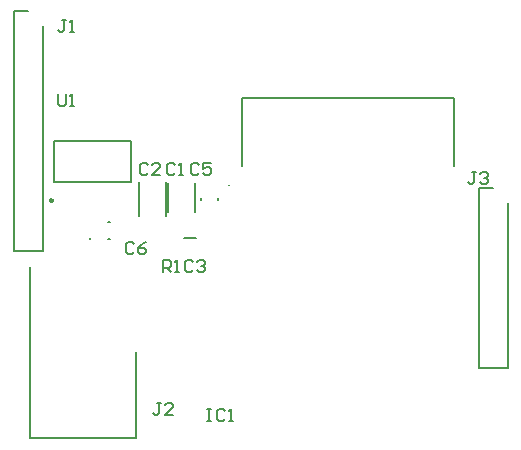
<source format=gto>
G04*
G04 #@! TF.GenerationSoftware,Altium Limited,Altium Designer,23.4.1 (23)*
G04*
G04 Layer_Color=65535*
%FSLAX44Y44*%
%MOMM*%
G71*
G04*
G04 #@! TF.SameCoordinates,5B4701A4-F384-41A6-9C88-78B9FC1DD21D*
G04*
G04*
G04 #@! TF.FilePolarity,Positive*
G04*
G01*
G75*
%ADD10C,0.1000*%
%ADD11C,0.2000*%
%ADD12C,0.2500*%
%ADD13C,0.2032*%
D10*
X789130Y452250D02*
G03*
X788130Y452250I-500J0D01*
G01*
D02*
G03*
X789130Y452250I500J0D01*
G01*
D11*
X671340Y406840D02*
G03*
X671340Y406840I-640J0D01*
G01*
X799130Y468250D02*
Y525750D01*
X979130D01*
Y468250D02*
Y525750D01*
X999740Y449580D02*
X1012190D01*
X999740Y297180D02*
Y449580D01*
Y297180D02*
X1024640D01*
Y436880D01*
X620090Y238170D02*
Y383170D01*
Y238170D02*
X710090D01*
Y310670D01*
X640602Y454832D02*
X705652D01*
Y489882D01*
X640602D02*
X705652D01*
X640602Y454832D02*
Y489882D01*
X630890Y396240D02*
Y586740D01*
X606090Y396240D02*
X630890D01*
X606090D02*
Y599440D01*
X618490D01*
X712619Y426159D02*
Y455221D01*
X735181Y426159D02*
Y455221D01*
X686320Y421270D02*
X687820D01*
X686320Y406770D02*
X687820D01*
X779410Y439940D02*
Y441440D01*
X764910Y439940D02*
Y441440D01*
X736780Y429429D02*
Y454491D01*
X759280Y429429D02*
Y454491D01*
X750400Y407670D02*
X760900D01*
D12*
X639377Y439407D02*
G03*
X639377Y439407I-1250J0D01*
G01*
D13*
X643469Y529588D02*
Y521124D01*
X645162Y519432D01*
X648547D01*
X650240Y521124D01*
Y529588D01*
X653626Y519432D02*
X657011D01*
X655318D01*
Y529588D01*
X653626Y527896D01*
X732369Y378462D02*
Y388618D01*
X737447D01*
X739140Y386926D01*
Y383540D01*
X737447Y381847D01*
X732369D01*
X735754D02*
X739140Y378462D01*
X742526D02*
X745911D01*
X744218D01*
Y388618D01*
X742526Y386926D01*
X997797Y463548D02*
X994412D01*
X996104D01*
Y455084D01*
X994412Y453392D01*
X992719D01*
X991026Y455084D01*
X1001183Y461856D02*
X1002876Y463548D01*
X1006261D01*
X1007954Y461856D01*
Y460163D01*
X1006261Y458470D01*
X1004568D01*
X1006261D01*
X1007954Y456777D01*
Y455084D01*
X1006261Y453392D01*
X1002876D01*
X1001183Y455084D01*
X731097Y267968D02*
X727712D01*
X729404D01*
Y259504D01*
X727712Y257812D01*
X726019D01*
X724326Y259504D01*
X741254Y257812D02*
X734483D01*
X741254Y264583D01*
Y266276D01*
X739561Y267968D01*
X736176D01*
X734483Y266276D01*
X650240Y591818D02*
X646854D01*
X648547D01*
Y583354D01*
X646854Y581662D01*
X645162D01*
X643469Y583354D01*
X653626Y581662D02*
X657011D01*
X655318D01*
Y591818D01*
X653626Y590126D01*
X770047Y262888D02*
X773432D01*
X771740D01*
Y252732D01*
X770047D01*
X773432D01*
X785282Y261196D02*
X783589Y262888D01*
X780204D01*
X778511Y261196D01*
Y254424D01*
X780204Y252732D01*
X783589D01*
X785282Y254424D01*
X788668Y252732D02*
X792053D01*
X790360D01*
Y262888D01*
X788668Y261196D01*
X708237Y402166D02*
X706544Y403858D01*
X703159D01*
X701466Y402166D01*
Y395394D01*
X703159Y393702D01*
X706544D01*
X708237Y395394D01*
X718394Y403858D02*
X715008Y402166D01*
X711623Y398780D01*
Y395394D01*
X713316Y393702D01*
X716701D01*
X718394Y395394D01*
Y397087D01*
X716701Y398780D01*
X711623D01*
X762847Y469476D02*
X761154Y471168D01*
X757769D01*
X756076Y469476D01*
Y462704D01*
X757769Y461012D01*
X761154D01*
X762847Y462704D01*
X773004Y471168D02*
X766233D01*
Y466090D01*
X769618Y467783D01*
X771311D01*
X773004Y466090D01*
Y462704D01*
X771311Y461012D01*
X767926D01*
X766233Y462704D01*
X757767Y386926D02*
X756074Y388618D01*
X752689D01*
X750996Y386926D01*
Y380154D01*
X752689Y378462D01*
X756074D01*
X757767Y380154D01*
X761153Y386926D02*
X762846Y388618D01*
X766231D01*
X767924Y386926D01*
Y385233D01*
X766231Y383540D01*
X764538D01*
X766231D01*
X767924Y381847D01*
Y380154D01*
X766231Y378462D01*
X762846D01*
X761153Y380154D01*
X719667Y469476D02*
X717974Y471168D01*
X714589D01*
X712896Y469476D01*
Y462704D01*
X714589Y461012D01*
X717974D01*
X719667Y462704D01*
X729824Y461012D02*
X723053D01*
X729824Y467783D01*
Y469476D01*
X728131Y471168D01*
X724746D01*
X723053Y469476D01*
X742950D02*
X741257Y471168D01*
X737872D01*
X736179Y469476D01*
Y462704D01*
X737872Y461012D01*
X741257D01*
X742950Y462704D01*
X746336Y461012D02*
X749721D01*
X748028D01*
Y471168D01*
X746336Y469476D01*
M02*

</source>
